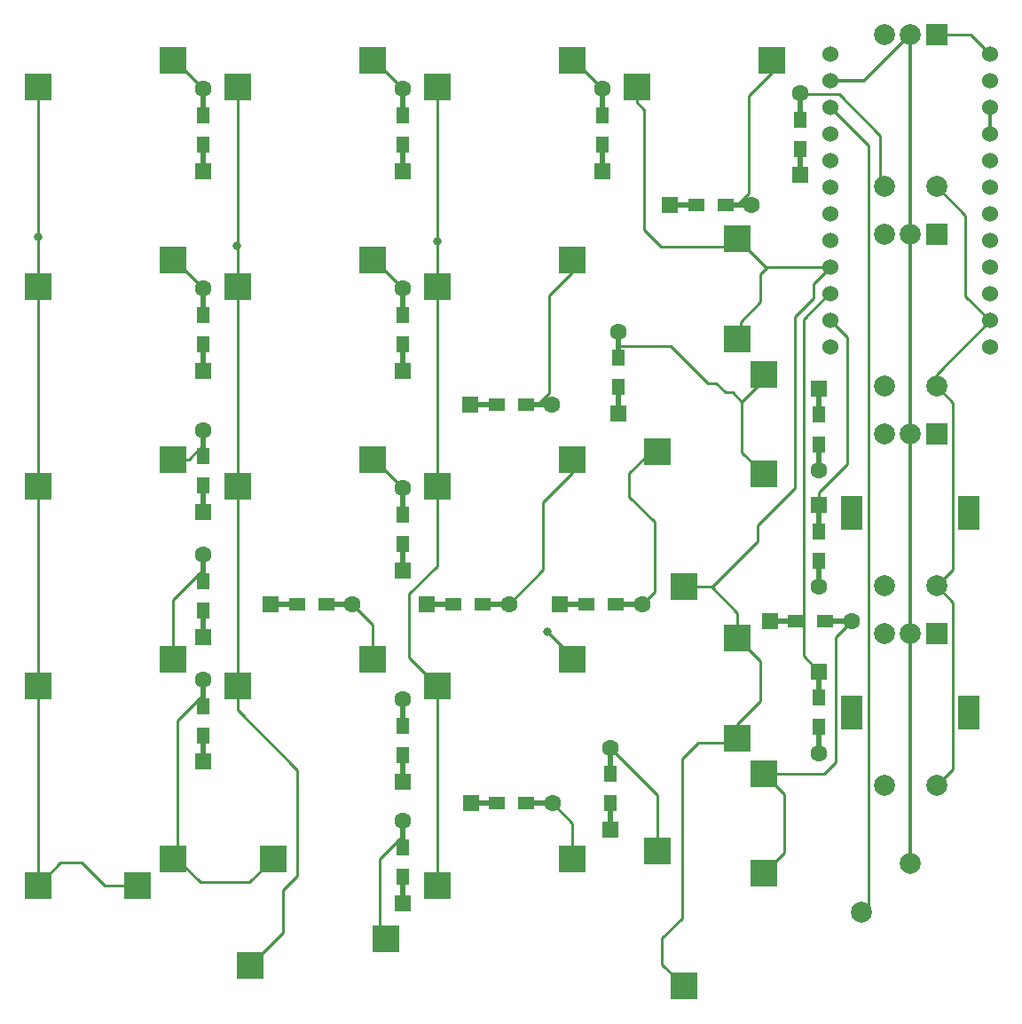
<source format=gbl>
%TF.GenerationSoftware,KiCad,Pcbnew,(5.99.0-12610-g07e01e6297)*%
%TF.CreationDate,2021-10-01T22:53:11+01:00*%
%TF.ProjectId,Envoy,456e766f-792e-46b6-9963-61645f706362,rev?*%
%TF.SameCoordinates,Original*%
%TF.FileFunction,Copper,L2,Bot*%
%TF.FilePolarity,Positive*%
%FSLAX46Y46*%
G04 Gerber Fmt 4.6, Leading zero omitted, Abs format (unit mm)*
G04 Created by KiCad (PCBNEW (5.99.0-12610-g07e01e6297)) date 2021-10-01 22:53:11*
%MOMM*%
%LPD*%
G01*
G04 APERTURE LIST*
%TA.AperFunction,SMDPad,CuDef*%
%ADD10R,0.500000X2.900000*%
%TD*%
%TA.AperFunction,ComponentPad*%
%ADD11R,1.600000X1.600000*%
%TD*%
%TA.AperFunction,SMDPad,CuDef*%
%ADD12R,1.200000X1.600000*%
%TD*%
%TA.AperFunction,ComponentPad*%
%ADD13C,1.600000*%
%TD*%
%TA.AperFunction,SMDPad,CuDef*%
%ADD14R,2.900000X0.500000*%
%TD*%
%TA.AperFunction,SMDPad,CuDef*%
%ADD15R,1.600000X1.200000*%
%TD*%
%TA.AperFunction,WasherPad*%
%ADD16R,2.000000X3.200000*%
%TD*%
%TA.AperFunction,ComponentPad*%
%ADD17R,2.000000X2.000000*%
%TD*%
%TA.AperFunction,ComponentPad*%
%ADD18C,2.000000*%
%TD*%
%TA.AperFunction,SMDPad,CuDef*%
%ADD19R,2.550000X2.500000*%
%TD*%
%TA.AperFunction,SMDPad,CuDef*%
%ADD20R,2.500000X2.550000*%
%TD*%
%TA.AperFunction,ComponentPad*%
%ADD21C,1.524000*%
%TD*%
%TA.AperFunction,ViaPad*%
%ADD22C,0.800000*%
%TD*%
%TA.AperFunction,Conductor*%
%ADD23C,0.250000*%
%TD*%
%TA.AperFunction,Conductor*%
%ADD24C,0.380000*%
%TD*%
G04 APERTURE END LIST*
D10*
%TO.P,D1,1*%
%TO.N,row0*%
X118268750Y-58856250D03*
D11*
X118268750Y-60256250D03*
D12*
X118268750Y-57756250D03*
%TO.P,D1,2*%
%TO.N,Net-(D1-Pad2)*%
X118268750Y-54956250D03*
D13*
X118268750Y-52456250D03*
D10*
X118268750Y-53856250D03*
%TD*%
D12*
%TO.P,D2,1*%
%TO.N,row0*%
X137318750Y-57756250D03*
D10*
X137318750Y-58856250D03*
D11*
X137318750Y-60256250D03*
D13*
%TO.P,D2,2*%
%TO.N,Net-(D2-Pad2)*%
X137318750Y-52456250D03*
D10*
X137318750Y-53856250D03*
D12*
X137318750Y-54956250D03*
%TD*%
D11*
%TO.P,D3,1*%
%TO.N,row0*%
X156368750Y-60256250D03*
D12*
X156368750Y-57756250D03*
D10*
X156368750Y-58856250D03*
D12*
%TO.P,D3,2*%
%TO.N,Net-(D3-Pad2)*%
X156368750Y-54956250D03*
D13*
X156368750Y-52456250D03*
D10*
X156368750Y-53856250D03*
%TD*%
D14*
%TO.P,D4,1*%
%TO.N,row0*%
X164187500Y-63500000D03*
D11*
X162787500Y-63500000D03*
D15*
X165287500Y-63500000D03*
D14*
%TO.P,D4,2*%
%TO.N,Net-(D4-Pad2)*%
X169187500Y-63500000D03*
D13*
X170587500Y-63500000D03*
D15*
X168087500Y-63500000D03*
%TD*%
D12*
%TO.P,D5,1*%
%TO.N,row1*%
X118268750Y-76806250D03*
D11*
X118268750Y-79306250D03*
D10*
X118268750Y-77906250D03*
D13*
%TO.P,D5,2*%
%TO.N,Net-(D5-Pad2)*%
X118268750Y-71506250D03*
D12*
X118268750Y-74006250D03*
D10*
X118268750Y-72906250D03*
%TD*%
D11*
%TO.P,D6,1*%
%TO.N,row1*%
X137318750Y-79306250D03*
D12*
X137318750Y-76806250D03*
D10*
X137318750Y-77906250D03*
D13*
%TO.P,D6,2*%
%TO.N,Net-(D6-Pad2)*%
X137318750Y-71506250D03*
D10*
X137318750Y-72906250D03*
D12*
X137318750Y-74006250D03*
%TD*%
D14*
%TO.P,D7,1*%
%TO.N,row1*%
X145137500Y-82550000D03*
D15*
X146237500Y-82550000D03*
D11*
X143737500Y-82550000D03*
D15*
%TO.P,D7,2*%
%TO.N,Net-(D7-Pad2)*%
X149037500Y-82550000D03*
D14*
X150137500Y-82550000D03*
D13*
X151537500Y-82550000D03*
%TD*%
D10*
%TO.P,D8,1*%
%TO.N,row1*%
X157900000Y-82000000D03*
D11*
X157900000Y-83400000D03*
D12*
X157900000Y-80900000D03*
D13*
%TO.P,D8,2*%
%TO.N,Net-(D8-Pad2)*%
X157900000Y-75600000D03*
D10*
X157900000Y-77000000D03*
D12*
X157900000Y-78100000D03*
%TD*%
%TO.P,D9,1*%
%TO.N,row2*%
X118268750Y-90300000D03*
D11*
X118268750Y-92800000D03*
D10*
X118268750Y-91400000D03*
%TO.P,D9,2*%
%TO.N,Net-(D9-Pad2)*%
X118268750Y-86400000D03*
D13*
X118268750Y-85000000D03*
D12*
X118268750Y-87500000D03*
%TD*%
D10*
%TO.P,D10,1*%
%TO.N,row2*%
X137318750Y-96956250D03*
D11*
X137318750Y-98356250D03*
D12*
X137318750Y-95856250D03*
D13*
%TO.P,D10,2*%
%TO.N,Net-(D10-Pad2)*%
X137318750Y-90556250D03*
D12*
X137318750Y-93056250D03*
D10*
X137318750Y-91956250D03*
%TD*%
D11*
%TO.P,D11,1*%
%TO.N,row2*%
X139610000Y-101600000D03*
D15*
X142110000Y-101600000D03*
D14*
X141010000Y-101600000D03*
D13*
%TO.P,D11,2*%
%TO.N,Net-(D11-Pad2)*%
X147410000Y-101600000D03*
D15*
X144910000Y-101600000D03*
D14*
X146010000Y-101600000D03*
%TD*%
D11*
%TO.P,D12,1*%
%TO.N,row2*%
X152310000Y-101600000D03*
D15*
X154810000Y-101600000D03*
D14*
X153710000Y-101600000D03*
D15*
%TO.P,D12,2*%
%TO.N,Net-(D12-Pad2)*%
X157610000Y-101600000D03*
D14*
X158710000Y-101600000D03*
D13*
X160110000Y-101600000D03*
%TD*%
D11*
%TO.P,D15,1*%
%TO.N,row3*%
X137300000Y-118500000D03*
D10*
X137300000Y-117100000D03*
D12*
X137300000Y-116000000D03*
D10*
%TO.P,D15,2*%
%TO.N,Net-(D15-Pad2)*%
X137300000Y-112100000D03*
D13*
X137300000Y-110700000D03*
D12*
X137300000Y-113200000D03*
%TD*%
%TO.P,D17,1*%
%TO.N,row4*%
X118268750Y-114112500D03*
D11*
X118268750Y-116612500D03*
D10*
X118268750Y-115212500D03*
D13*
%TO.P,D17,2*%
%TO.N,Net-(D17-Pad2)*%
X118268750Y-108812500D03*
D12*
X118268750Y-111312500D03*
D10*
X118268750Y-110212500D03*
%TD*%
%TO.P,D18,1*%
%TO.N,row4*%
X137318750Y-128706250D03*
D12*
X137318750Y-127606250D03*
D11*
X137318750Y-130106250D03*
D12*
%TO.P,D18,2*%
%TO.N,Net-(D18-Pad2)*%
X137318750Y-124806250D03*
D10*
X137318750Y-123706250D03*
D13*
X137318750Y-122306250D03*
%TD*%
D12*
%TO.P,D22,1*%
%TO.N,row1*%
X177006250Y-83531250D03*
D10*
X177006250Y-82431250D03*
D11*
X177006250Y-81031250D03*
D13*
%TO.P,D22,2*%
%TO.N,Net-(D22-Pad2)*%
X177006250Y-88831250D03*
D10*
X177006250Y-87431250D03*
D12*
X177006250Y-86331250D03*
%TD*%
D16*
%TO.P,ENC3,*%
%TO.N,*%
X180137500Y-92868750D03*
X191337500Y-92868750D03*
D17*
%TO.P,ENC3,A*%
%TO.N,enc3A*%
X188237500Y-85368750D03*
D18*
%TO.P,ENC3,B*%
%TO.N,enc3B*%
X183237500Y-85368750D03*
%TO.P,ENC3,C*%
%TO.N,GND*%
X185737500Y-85368750D03*
%TO.P,ENC3,S1*%
%TO.N,Net-(D23-Pad2)*%
X183237500Y-99868750D03*
%TO.P,ENC3,S2*%
%TO.N,col4*%
X188237500Y-99868750D03*
%TD*%
D19*
%TO.P,MX1,1*%
%TO.N,col0*%
X102452500Y-52228750D03*
%TO.P,MX1,2*%
%TO.N,Net-(D1-Pad2)*%
X115379500Y-49688750D03*
%TD*%
%TO.P,MX2,1*%
%TO.N,col1*%
X121502500Y-52228750D03*
%TO.P,MX2,2*%
%TO.N,Net-(D2-Pad2)*%
X134429500Y-49688750D03*
%TD*%
%TO.P,MX3,1*%
%TO.N,col2*%
X140552500Y-52228750D03*
%TO.P,MX3,2*%
%TO.N,Net-(D3-Pad2)*%
X153479500Y-49688750D03*
%TD*%
%TO.P,MX4,1*%
%TO.N,col3*%
X159602500Y-52228750D03*
%TO.P,MX4,2*%
%TO.N,Net-(D4-Pad2)*%
X172529500Y-49688750D03*
%TD*%
%TO.P,MX5,1*%
%TO.N,col0*%
X102452500Y-71278750D03*
%TO.P,MX5,2*%
%TO.N,Net-(D5-Pad2)*%
X115379500Y-68738750D03*
%TD*%
%TO.P,MX7,1*%
%TO.N,col2*%
X140552500Y-71278750D03*
%TO.P,MX7,2*%
%TO.N,Net-(D7-Pad2)*%
X153479500Y-68738750D03*
%TD*%
D20*
%TO.P,MX8,1*%
%TO.N,col3*%
X169227500Y-66733750D03*
%TO.P,MX8,2*%
%TO.N,Net-(D8-Pad2)*%
X171767500Y-79660750D03*
%TD*%
D19*
%TO.P,MX9,1*%
%TO.N,col0*%
X102452500Y-90328750D03*
%TO.P,MX9,2*%
%TO.N,Net-(D9-Pad2)*%
X115379500Y-87788750D03*
%TD*%
%TO.P,MX10,1*%
%TO.N,col1*%
X121502500Y-90328750D03*
%TO.P,MX10,2*%
%TO.N,Net-(D10-Pad2)*%
X134429500Y-87788750D03*
%TD*%
%TO.P,MX11,1*%
%TO.N,col2*%
X140552500Y-90328750D03*
%TO.P,MX11,2*%
%TO.N,Net-(D11-Pad2)*%
X153479500Y-87788750D03*
%TD*%
D20*
%TO.P,MX12,1*%
%TO.N,col3*%
X164147500Y-99953750D03*
%TO.P,MX12,2*%
%TO.N,Net-(D12-Pad2)*%
X161607500Y-87026750D03*
%TD*%
D19*
%TO.P,MX13,1*%
%TO.N,col0*%
X102452500Y-109378750D03*
%TO.P,MX13,2*%
%TO.N,Net-(D13-Pad2)*%
X115379500Y-106838750D03*
%TD*%
%TO.P,MX15,1*%
%TO.N,col2*%
X140552500Y-109378750D03*
%TO.P,MX15,2*%
%TO.N,Net-(D15-Pad2)*%
X153479500Y-106838750D03*
%TD*%
D20*
%TO.P,MX16,1*%
%TO.N,col3*%
X169227500Y-104833750D03*
%TO.P,MX16,2*%
%TO.N,Net-(D16-Pad2)*%
X171767500Y-117760750D03*
%TD*%
D19*
%TO.P,MX17,1*%
%TO.N,col0*%
X102452500Y-128428750D03*
%TO.P,MX17,2*%
%TO.N,Net-(D17-Pad2)*%
X115379500Y-125888750D03*
%TD*%
%TO.P,MX18,1*%
%TO.N,col1*%
X122745500Y-136048750D03*
%TO.P,MX18,2*%
%TO.N,Net-(D18-Pad2)*%
X135672500Y-133508750D03*
%TD*%
D20*
%TO.P,MX20,1*%
%TO.N,col3*%
X164147500Y-138053750D03*
%TO.P,MX20,2*%
%TO.N,Net-(D20-Pad2)*%
X161607500Y-125126750D03*
%TD*%
D19*
%TO.P,MX19,1*%
%TO.N,col2*%
X140552500Y-128428750D03*
%TO.P,MX19,2*%
%TO.N,Net-(D19-Pad2)*%
X153479500Y-125888750D03*
%TD*%
D20*
%TO.P,MX16-2u1,1*%
%TO.N,col3*%
X169227500Y-114358750D03*
%TO.P,MX16-2u1,2*%
%TO.N,Net-(D16-Pad2)*%
X171767500Y-127285750D03*
%TD*%
D19*
%TO.P,MX17-2u1,1*%
%TO.N,col0*%
X111977500Y-128428750D03*
%TO.P,MX17-2u1,2*%
%TO.N,Net-(D17-Pad2)*%
X124904500Y-125888750D03*
%TD*%
D20*
%TO.P,MX8-2u1,1*%
%TO.N,col3*%
X169227500Y-76258750D03*
%TO.P,MX8-2u1,2*%
%TO.N,Net-(D8-Pad2)*%
X171767500Y-89185750D03*
%TD*%
D19*
%TO.P,MX6,1*%
%TO.N,col1*%
X121502500Y-71278750D03*
%TO.P,MX6,2*%
%TO.N,Net-(D6-Pad2)*%
X134429500Y-68738750D03*
%TD*%
D11*
%TO.P,D13,1*%
%TO.N,row3*%
X118268750Y-104706250D03*
D10*
X118268750Y-103306250D03*
D12*
X118268750Y-102206250D03*
D13*
%TO.P,D13,2*%
%TO.N,Net-(D13-Pad2)*%
X118268750Y-96906250D03*
D12*
X118268750Y-99406250D03*
D10*
X118268750Y-98306250D03*
%TD*%
D19*
%TO.P,MX14,1*%
%TO.N,col1*%
X121502500Y-109378750D03*
%TO.P,MX14,2*%
%TO.N,Net-(D14-Pad2)*%
X134429500Y-106838750D03*
%TD*%
D11*
%TO.P,D24,1*%
%TO.N,row3*%
X177006250Y-108018750D03*
D12*
X177006250Y-110518750D03*
D10*
X177006250Y-109418750D03*
%TO.P,D24,2*%
%TO.N,Net-(D24-Pad2)*%
X177006250Y-114418750D03*
D12*
X177006250Y-113318750D03*
D13*
X177006250Y-115818750D03*
%TD*%
D16*
%TO.P,ENC4,*%
%TO.N,*%
X191337500Y-111918750D03*
X180137500Y-111918750D03*
D17*
%TO.P,ENC4,A*%
%TO.N,enc4A*%
X188237500Y-104418750D03*
D18*
%TO.P,ENC4,B*%
%TO.N,enc4B*%
X183237500Y-104418750D03*
%TO.P,ENC4,C*%
%TO.N,GND*%
X185737500Y-104418750D03*
%TO.P,ENC4,S1*%
%TO.N,Net-(D24-Pad2)*%
X183237500Y-118918750D03*
%TO.P,ENC4,S2*%
%TO.N,col4*%
X188237500Y-118918750D03*
%TD*%
D12*
%TO.P,D21,1*%
%TO.N,row0*%
X175260000Y-58169000D03*
D11*
X175260000Y-60669000D03*
D10*
X175260000Y-59269000D03*
D13*
%TO.P,D21,2*%
%TO.N,Net-(D21-Pad2)*%
X175260000Y-52869000D03*
D12*
X175260000Y-55369000D03*
D10*
X175260000Y-54269000D03*
%TD*%
D12*
%TO.P,D23,1*%
%TO.N,row2*%
X177006250Y-94643750D03*
D10*
X177006250Y-93543750D03*
D11*
X177006250Y-92143750D03*
D10*
%TO.P,D23,2*%
%TO.N,Net-(D23-Pad2)*%
X177006250Y-98543750D03*
D13*
X177006250Y-99943750D03*
D12*
X177006250Y-97443750D03*
%TD*%
D18*
%TO.P,RESET1,1*%
%TO.N,GND*%
X185686097Y-126352903D03*
%TO.P,RESET1,2*%
%TO.N,reset*%
X181089903Y-130949097D03*
%TD*%
D11*
%TO.P,D14,1*%
%TO.N,row3*%
X124700000Y-101600000D03*
D14*
X126100000Y-101600000D03*
D15*
X127200000Y-101600000D03*
%TO.P,D14,2*%
%TO.N,Net-(D14-Pad2)*%
X130000000Y-101600000D03*
D14*
X131100000Y-101600000D03*
D13*
X132500000Y-101600000D03*
%TD*%
D21*
%TO.P,U1,1*%
%TO.N,enc1A*%
X193348900Y-49149000D03*
%TO.P,U1,2*%
%TO.N,enc1B*%
X193348900Y-51689000D03*
%TO.P,U1,3*%
%TO.N,GND*%
X193348900Y-54229000D03*
%TO.P,U1,4*%
X193348900Y-56769000D03*
%TO.P,U1,5*%
%TO.N,enc2B*%
X193348900Y-59309000D03*
%TO.P,U1,6*%
%TO.N,enc2A*%
X193348900Y-61849000D03*
%TO.P,U1,7*%
%TO.N,enc3B*%
X193348900Y-64389000D03*
%TO.P,U1,8*%
%TO.N,enc3A*%
X193348900Y-66929000D03*
%TO.P,U1,9*%
%TO.N,enc4B*%
X193348900Y-69469000D03*
%TO.P,U1,10*%
%TO.N,enc4A*%
X193348900Y-72009000D03*
%TO.P,U1,11*%
%TO.N,col4*%
X193348900Y-74549000D03*
%TO.P,U1,12*%
%TO.N,row4*%
X193348900Y-77089000D03*
%TO.P,U1,13*%
%TO.N,row1*%
X178128900Y-77089000D03*
%TO.P,U1,14*%
%TO.N,row2*%
X178128900Y-74549000D03*
%TO.P,U1,15*%
%TO.N,row3*%
X178128900Y-72009000D03*
%TO.P,U1,16*%
%TO.N,col3*%
X178128900Y-69469000D03*
%TO.P,U1,17*%
%TO.N,col2*%
X178128900Y-66929000D03*
%TO.P,U1,18*%
%TO.N,col1*%
X178128900Y-64389000D03*
%TO.P,U1,19*%
%TO.N,col0*%
X178128900Y-61849000D03*
%TO.P,U1,20*%
%TO.N,row0*%
X178128900Y-59309000D03*
%TO.P,U1,21*%
%TO.N,vcc*%
X178128900Y-56769000D03*
%TO.P,U1,22*%
%TO.N,reset*%
X178128900Y-54229000D03*
%TO.P,U1,23*%
%TO.N,GND*%
X178128900Y-51689000D03*
%TO.P,U1,24*%
%TO.N,Net-(U1-Pad24)*%
X178128900Y-49149000D03*
%TD*%
D17*
%TO.P,ENC1,A*%
%TO.N,enc1A*%
X188237500Y-47268750D03*
D18*
%TO.P,ENC1,B*%
%TO.N,enc1B*%
X183237500Y-47268750D03*
%TO.P,ENC1,C*%
%TO.N,GND*%
X185737500Y-47268750D03*
%TO.P,ENC1,S1*%
%TO.N,Net-(D21-Pad2)*%
X183237500Y-61768750D03*
%TO.P,ENC1,S2*%
%TO.N,col4*%
X188237500Y-61768750D03*
%TD*%
D12*
%TO.P,D20,1*%
%TO.N,row4*%
X157100000Y-120600000D03*
D11*
X157100000Y-123100000D03*
D10*
X157100000Y-121700000D03*
%TO.P,D20,2*%
%TO.N,Net-(D20-Pad2)*%
X157100000Y-116700000D03*
D12*
X157100000Y-117800000D03*
D13*
X157100000Y-115300000D03*
%TD*%
D14*
%TO.P,D19,1*%
%TO.N,row4*%
X145200000Y-120600000D03*
D11*
X143800000Y-120600000D03*
D15*
X146300000Y-120600000D03*
D14*
%TO.P,D19,2*%
%TO.N,Net-(D19-Pad2)*%
X150200000Y-120600000D03*
D13*
X151600000Y-120600000D03*
D15*
X149100000Y-120600000D03*
%TD*%
D11*
%TO.P,D16,1*%
%TO.N,row3*%
X172312500Y-103187500D03*
D15*
X174812500Y-103187500D03*
D14*
X173712500Y-103187500D03*
D15*
%TO.P,D16,2*%
%TO.N,Net-(D16-Pad2)*%
X177612500Y-103187500D03*
D14*
X178712500Y-103187500D03*
D13*
X180112500Y-103187500D03*
%TD*%
D17*
%TO.P,ENC2,A*%
%TO.N,enc2A*%
X188237500Y-66318750D03*
D18*
%TO.P,ENC2,B*%
%TO.N,enc2B*%
X183237500Y-66318750D03*
%TO.P,ENC2,C*%
%TO.N,GND*%
X185737500Y-66318750D03*
%TO.P,ENC2,S1*%
%TO.N,Net-(D22-Pad2)*%
X183237500Y-80818750D03*
%TO.P,ENC2,S2*%
%TO.N,col4*%
X188237500Y-80818750D03*
%TD*%
D22*
%TO.N,Net-(D15-Pad2)*%
X151100000Y-104200000D03*
%TO.N,col0*%
X102489038Y-66548000D03*
%TO.N,col1*%
X121500000Y-67400000D03*
%TO.N,col2*%
X140552500Y-67000000D03*
%TD*%
D23*
%TO.N,Net-(D1-Pad2)*%
X115501250Y-49688750D02*
X118268750Y-52456250D01*
%TO.N,Net-(D2-Pad2)*%
X134551250Y-49688750D02*
X137318750Y-52456250D01*
%TO.N,Net-(D3-Pad2)*%
X153601250Y-49688750D02*
X156368750Y-52456250D01*
%TO.N,Net-(D4-Pad2)*%
X170300000Y-53100000D02*
X170300000Y-62387500D01*
X170300000Y-62387500D02*
X169187500Y-63500000D01*
X172529500Y-50870500D02*
X170300000Y-53100000D01*
X172529500Y-49688750D02*
X172529500Y-50870500D01*
%TO.N,row2*%
X177006250Y-92143750D02*
X177006250Y-90963750D01*
X179705000Y-88265000D02*
X179705000Y-76125100D01*
X177006250Y-90963750D02*
X179705000Y-88265000D01*
X179705000Y-76125100D02*
X178128900Y-74549000D01*
%TO.N,Net-(D5-Pad2)*%
X115501250Y-68738750D02*
X118268750Y-71506250D01*
%TO.N,Net-(D6-Pad2)*%
X134551250Y-68738750D02*
X137318750Y-71506250D01*
%TO.N,Net-(D7-Pad2)*%
X153479500Y-69913500D02*
X151257000Y-72136000D01*
X151257000Y-72136000D02*
X151257000Y-81430500D01*
X153479500Y-68738750D02*
X153479500Y-69913500D01*
X151257000Y-81430500D02*
X150137500Y-82550000D01*
%TO.N,Net-(D8-Pad2)*%
X162900000Y-77000000D02*
X166400000Y-80500000D01*
X169672000Y-87090250D02*
X171767500Y-89185750D01*
X169672000Y-82296000D02*
X169672000Y-87090250D01*
X168100000Y-81400000D02*
X168776000Y-81400000D01*
X157900000Y-77000000D02*
X162900000Y-77000000D01*
X167200000Y-80500000D02*
X168100000Y-81400000D01*
X166400000Y-80500000D02*
X167200000Y-80500000D01*
X169672000Y-82296000D02*
X171767500Y-80200500D01*
X168776000Y-81400000D02*
X169672000Y-82296000D01*
%TO.N,row3*%
X177006250Y-108018750D02*
X175521501Y-106534001D01*
X175521501Y-106534001D02*
X175521501Y-74414499D01*
X175521501Y-74414499D02*
X177927000Y-72009000D01*
%TO.N,Net-(D9-Pad2)*%
X115379500Y-87788750D02*
X116880000Y-87788750D01*
X116880000Y-87788750D02*
X118268750Y-86400000D01*
%TO.N,Net-(D10-Pad2)*%
X134551250Y-87788750D02*
X137318750Y-90556250D01*
%TO.N,Net-(D11-Pad2)*%
X153479500Y-89090500D02*
X150700000Y-91870000D01*
X150700000Y-91870000D02*
X150700000Y-98310000D01*
X150700000Y-98310000D02*
X147410000Y-101600000D01*
X153479500Y-87788750D02*
X153479500Y-89090500D01*
%TO.N,Net-(D12-Pad2)*%
X158900000Y-91345000D02*
X161300000Y-93745000D01*
X161300000Y-100410000D02*
X160110000Y-101600000D01*
X160973250Y-87026750D02*
X158900000Y-89100000D01*
X158900000Y-89100000D02*
X158900000Y-91345000D01*
X161300000Y-93745000D02*
X161300000Y-100410000D01*
%TO.N,Net-(D13-Pad2)*%
X115379500Y-101195500D02*
X118268750Y-98306250D01*
X115379500Y-106838750D02*
X115379500Y-101195500D01*
%TO.N,Net-(D14-Pad2)*%
X134429500Y-103529500D02*
X132500000Y-101600000D01*
X134429500Y-106838750D02*
X134429500Y-103529500D01*
%TO.N,Net-(D15-Pad2)*%
X151100000Y-104200000D02*
X153479500Y-106579500D01*
X153479500Y-106579500D02*
X153479500Y-106838750D01*
%TO.N,Net-(D16-Pad2)*%
X178593750Y-104706250D02*
X180112500Y-103187500D01*
X171767500Y-117760750D02*
X177514250Y-117760750D01*
X171767500Y-127285750D02*
X173736000Y-125317250D01*
X177514250Y-117760750D02*
X178593750Y-116681250D01*
X173736000Y-125317250D02*
X173736000Y-119729250D01*
X178593750Y-116681250D02*
X178593750Y-104706250D01*
X173736000Y-119729250D02*
X171767500Y-117760750D01*
%TO.N,Net-(D17-Pad2)*%
X115728750Y-125888750D02*
X117983000Y-128143000D01*
X117983000Y-128143000D02*
X122650250Y-128143000D01*
X115817501Y-125450749D02*
X115817501Y-112663749D01*
X122650250Y-128143000D02*
X124904500Y-125888750D01*
X115817501Y-112663749D02*
X118268750Y-110212500D01*
%TO.N,Net-(D18-Pad2)*%
X135100000Y-125925000D02*
X137318750Y-123706250D01*
X135100000Y-132777500D02*
X135100000Y-125925000D01*
%TO.N,Net-(D19-Pad2)*%
X153479500Y-125888750D02*
X153479500Y-122479500D01*
X153479500Y-122479500D02*
X151600000Y-120600000D01*
%TO.N,Net-(D20-Pad2)*%
X161607500Y-125126750D02*
X161607500Y-119807500D01*
X161607500Y-119807500D02*
X157100000Y-115300000D01*
%TO.N,Net-(D21-Pad2)*%
X182880000Y-56896000D02*
X178943000Y-52959000D01*
X182880000Y-61411250D02*
X182880000Y-56896000D01*
X178943000Y-52959000D02*
X175350000Y-52959000D01*
%TO.N,enc1A*%
X191468650Y-47268750D02*
X193348900Y-49149000D01*
X188237500Y-47268750D02*
X191468650Y-47268750D01*
D24*
%TO.N,GND*%
X181317250Y-51689000D02*
X185737500Y-47268750D01*
X185686097Y-126352903D02*
X185686097Y-125463903D01*
X185737500Y-66318750D02*
X185737500Y-85368750D01*
X178128900Y-51689000D02*
X181317250Y-51689000D01*
X185686097Y-125463903D02*
X185737500Y-125412500D01*
X193348900Y-56769000D02*
X193348900Y-54229000D01*
X185737500Y-104418750D02*
X185737500Y-125412500D01*
X185737500Y-85368750D02*
X185737500Y-104418750D01*
X185737500Y-66318750D02*
X185737500Y-47268750D01*
D23*
%TO.N,col0*%
X102452500Y-90328750D02*
X102452500Y-109378750D01*
X108870750Y-128428750D02*
X106680000Y-126238000D01*
X106680000Y-126238000D02*
X104643250Y-126238000D01*
X102452500Y-52228750D02*
X102452500Y-90328750D01*
X111977500Y-128428750D02*
X108870750Y-128428750D01*
X104643250Y-126238000D02*
X102452500Y-128428750D01*
X102452500Y-109378750D02*
X102452500Y-128428750D01*
%TO.N,col1*%
X122745500Y-136048750D02*
X125857000Y-132937250D01*
X121502500Y-111689752D02*
X121502500Y-109378750D01*
X121502500Y-109378750D02*
X121502500Y-90328750D01*
X121502500Y-52228750D02*
X121502500Y-71278750D01*
X127254000Y-117441252D02*
X121502500Y-111689752D01*
X125857000Y-132937250D02*
X125857000Y-128905000D01*
X127254000Y-127508000D02*
X127254000Y-117441252D01*
X125857000Y-128905000D02*
X127254000Y-127508000D01*
X121502500Y-90328750D02*
X121502500Y-71278750D01*
%TO.N,col2*%
X137900000Y-100600000D02*
X137900000Y-106726250D01*
X140552500Y-71278750D02*
X140552500Y-67000000D01*
X140552500Y-71278750D02*
X140552500Y-90328750D01*
X140552500Y-52228750D02*
X140552500Y-67000000D01*
X140552500Y-97947500D02*
X137900000Y-100600000D01*
X140552500Y-90328750D02*
X140552500Y-97947500D01*
X137900000Y-106726250D02*
X140552500Y-109378750D01*
X140552500Y-109378750D02*
X140552500Y-128428750D01*
%TO.N,col3*%
X171196000Y-94107000D02*
X174752000Y-90551000D01*
X163957000Y-116332000D02*
X163957000Y-131572000D01*
X160337504Y-65881252D02*
X160337500Y-65881256D01*
X166846250Y-99953750D02*
X171196000Y-95604000D01*
X165481000Y-114808000D02*
X163957000Y-116332000D01*
X171962750Y-69469000D02*
X178128900Y-69469000D01*
X171450000Y-72771000D02*
X171450000Y-70104000D01*
X164147500Y-99953750D02*
X166846250Y-99953750D01*
X169227500Y-102427500D02*
X166753750Y-99953750D01*
X171962750Y-69469000D02*
X169227500Y-66733750D01*
X169545000Y-75941250D02*
X169545000Y-74676000D01*
X168778250Y-114808000D02*
X165481000Y-114808000D01*
X171450000Y-70104000D02*
X172085000Y-69469000D01*
X161924994Y-67468750D02*
X160337500Y-65881256D01*
X169227500Y-113072500D02*
X171450000Y-110850000D01*
X163957000Y-131572000D02*
X162052000Y-133477000D01*
X162052000Y-135958250D02*
X164147500Y-138053750D01*
X174752000Y-74168000D02*
X176530000Y-72390000D01*
X160337504Y-54463754D02*
X160337504Y-65881252D01*
X168492500Y-67468750D02*
X161924994Y-67468750D01*
X162052000Y-133477000D02*
X162052000Y-135958250D01*
X174752000Y-90551000D02*
X174752000Y-74168000D01*
X169227500Y-104833750D02*
X169227500Y-102427500D01*
X171450000Y-107056250D02*
X169227500Y-104833750D01*
X169545000Y-74676000D02*
X171450000Y-72771000D01*
X159602500Y-53728750D02*
X160337504Y-54463754D01*
X171450000Y-110850000D02*
X171450000Y-107056250D01*
X171196000Y-95604000D02*
X171196000Y-94107000D01*
X176530000Y-72390000D02*
X176530000Y-71067900D01*
X159602500Y-52228750D02*
X159602500Y-53728750D01*
X176530000Y-71067900D02*
X178128900Y-69469000D01*
X169227500Y-113853125D02*
X169227500Y-113072500D01*
%TO.N,reset*%
X181089903Y-130949097D02*
X181708902Y-130330098D01*
X181708902Y-57809002D02*
X178128900Y-54229000D01*
X181708902Y-130330098D02*
X181708902Y-57809002D01*
%TO.N,col4*%
X189800000Y-101431250D02*
X188237500Y-99868750D01*
X188237500Y-79660400D02*
X193348900Y-74549000D01*
X189800000Y-98306250D02*
X189800000Y-82381250D01*
X188237500Y-80818750D02*
X188237500Y-79660400D01*
X191000000Y-64531250D02*
X191000000Y-72200100D01*
X188237500Y-61768750D02*
X191000000Y-64531250D01*
X189800000Y-117356250D02*
X189800000Y-101431250D01*
X188237500Y-99868750D02*
X189800000Y-98306250D01*
X188237500Y-118918750D02*
X189800000Y-117356250D01*
X189800000Y-82381250D02*
X188237500Y-80818750D01*
X191000000Y-72200100D02*
X193348900Y-74549000D01*
%TD*%
M02*

</source>
